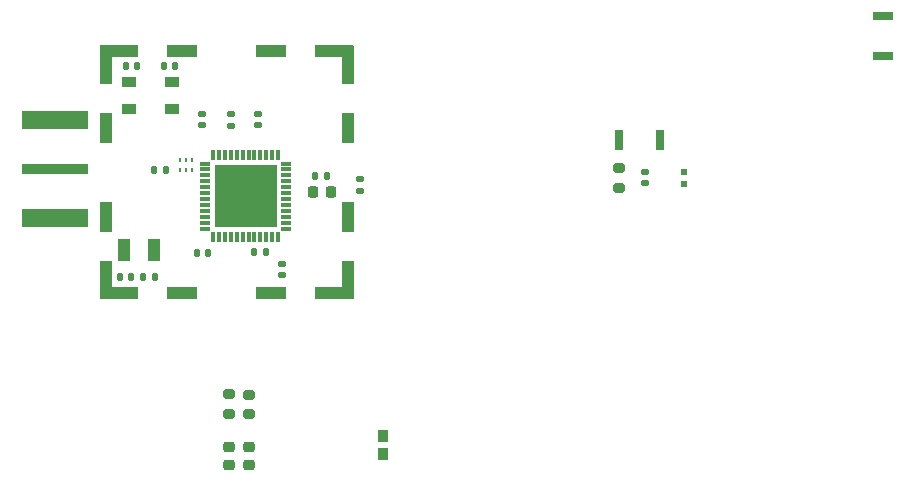
<source format=gbr>
%TF.GenerationSoftware,KiCad,Pcbnew,7.0.10*%
%TF.CreationDate,2024-02-28T21:34:31+00:00*%
%TF.ProjectId,RF_Race_Car,52465f52-6163-4655-9f43-61722e6b6963,rev?*%
%TF.SameCoordinates,Original*%
%TF.FileFunction,Paste,Top*%
%TF.FilePolarity,Positive*%
%FSLAX46Y46*%
G04 Gerber Fmt 4.6, Leading zero omitted, Abs format (unit mm)*
G04 Created by KiCad (PCBNEW 7.0.10) date 2024-02-28 21:34:31*
%MOMM*%
%LPD*%
G01*
G04 APERTURE LIST*
G04 Aperture macros list*
%AMRoundRect*
0 Rectangle with rounded corners*
0 $1 Rounding radius*
0 $2 $3 $4 $5 $6 $7 $8 $9 X,Y pos of 4 corners*
0 Add a 4 corners polygon primitive as box body*
4,1,4,$2,$3,$4,$5,$6,$7,$8,$9,$2,$3,0*
0 Add four circle primitives for the rounded corners*
1,1,$1+$1,$2,$3*
1,1,$1+$1,$4,$5*
1,1,$1+$1,$6,$7*
1,1,$1+$1,$8,$9*
0 Add four rect primitives between the rounded corners*
20,1,$1+$1,$2,$3,$4,$5,0*
20,1,$1+$1,$4,$5,$6,$7,0*
20,1,$1+$1,$6,$7,$8,$9,0*
20,1,$1+$1,$8,$9,$2,$3,0*%
G04 Aperture macros list end*
%ADD10RoundRect,0.140000X0.140000X0.170000X-0.140000X0.170000X-0.140000X-0.170000X0.140000X-0.170000X0*%
%ADD11RoundRect,0.140000X-0.170000X0.140000X-0.170000X-0.140000X0.170000X-0.140000X0.170000X0.140000X0*%
%ADD12RoundRect,0.200000X0.275000X-0.200000X0.275000X0.200000X-0.275000X0.200000X-0.275000X-0.200000X0*%
%ADD13RoundRect,0.140000X-0.140000X-0.170000X0.140000X-0.170000X0.140000X0.170000X-0.140000X0.170000X0*%
%ADD14RoundRect,0.200000X-0.275000X0.200000X-0.275000X-0.200000X0.275000X-0.200000X0.275000X0.200000X0*%
%ADD15RoundRect,0.218750X-0.218750X-0.256250X0.218750X-0.256250X0.218750X0.256250X-0.218750X0.256250X0*%
%ADD16R,0.900000X0.300000*%
%ADD17R,0.300000X0.900000*%
%ADD18R,5.250000X5.250000*%
%ADD19RoundRect,0.140000X0.170000X-0.140000X0.170000X0.140000X-0.170000X0.140000X-0.170000X-0.140000X0*%
%ADD20R,0.800000X1.700000*%
%ADD21R,0.970000X1.000000*%
%ADD22R,1.700000X0.800000*%
%ADD23R,1.000000X2.600000*%
%ADD24R,1.000000X3.300000*%
%ADD25R,3.300000X1.000000*%
%ADD26R,2.600000X1.000000*%
%ADD27RoundRect,0.218750X0.256250X-0.218750X0.256250X0.218750X-0.256250X0.218750X-0.256250X-0.218750X0*%
%ADD28R,1.244600X0.889000*%
%ADD29R,0.500000X0.600000*%
%ADD30R,5.600000X0.900000*%
%ADD31R,5.600000X1.650000*%
%ADD32R,1.100000X1.900000*%
%ADD33R,0.254000X0.457200*%
G04 APERTURE END LIST*
D10*
%TO.C,C4*%
X115930000Y-89700000D03*
X114970000Y-89700000D03*
%TD*%
D11*
%TO.C,C3*%
X122200000Y-90570000D03*
X122200000Y-91530000D03*
%TD*%
D12*
%TO.C,R1*%
X150747336Y-84153167D03*
X150747336Y-82503167D03*
%TD*%
D13*
%TO.C,C14*%
X108940000Y-73850000D03*
X109900000Y-73850000D03*
%TD*%
D14*
%TO.C,R3*%
X119400000Y-101660000D03*
X119400000Y-103310000D03*
%TD*%
D15*
%TO.C,L1*%
X124772275Y-84490250D03*
X126347275Y-84490250D03*
%TD*%
D16*
%TO.C,IC1*%
X115650000Y-82100000D03*
X115650000Y-82600000D03*
X115650000Y-83100000D03*
X115650000Y-83600000D03*
X115650000Y-84100000D03*
X115650000Y-84600000D03*
X115650000Y-85100000D03*
X115650000Y-85600000D03*
X115650000Y-86100000D03*
X115650000Y-86600000D03*
X115650000Y-87100000D03*
X115650000Y-87600000D03*
D17*
X116350000Y-88300000D03*
X116850000Y-88300000D03*
X117350000Y-88300000D03*
X117850000Y-88300000D03*
X118350000Y-88300000D03*
X118850000Y-88300000D03*
X119350000Y-88300000D03*
X119850000Y-88300000D03*
X120350000Y-88300000D03*
X120850000Y-88300000D03*
X121350000Y-88300000D03*
X121850000Y-88300000D03*
D16*
X122550000Y-87600000D03*
X122550000Y-87100000D03*
X122550000Y-86600000D03*
X122550000Y-86100000D03*
X122550000Y-85600000D03*
X122550000Y-85100000D03*
X122550000Y-84600000D03*
X122550000Y-84100000D03*
X122550000Y-83600000D03*
X122550000Y-83100000D03*
X122550000Y-82600000D03*
X122550000Y-82100000D03*
D17*
X121850000Y-81400000D03*
X121350000Y-81400000D03*
X120850000Y-81400000D03*
X120350000Y-81400000D03*
X119850000Y-81400000D03*
X119350000Y-81400000D03*
X118850000Y-81400000D03*
X118350000Y-81400000D03*
X117850000Y-81400000D03*
X117350000Y-81400000D03*
X116850000Y-81400000D03*
X116350000Y-81400000D03*
D18*
X119100000Y-84850000D03*
%TD*%
D19*
%TO.C,C10*%
X117900000Y-78880000D03*
X117900000Y-77920000D03*
%TD*%
D20*
%TO.C,S1*%
X150752171Y-80080549D03*
X154152171Y-80080549D03*
%TD*%
D10*
%TO.C,C2*%
X111400000Y-91700000D03*
X110440000Y-91700000D03*
%TD*%
D13*
%TO.C,C8*%
X111382165Y-82616583D03*
X112342165Y-82616583D03*
%TD*%
%TO.C,C6*%
X124993153Y-83134516D03*
X125953153Y-83134516D03*
%TD*%
D19*
%TO.C,C7*%
X120150000Y-78860000D03*
X120150000Y-77900000D03*
%TD*%
D21*
%TO.C,FL1*%
X130770000Y-106665000D03*
X130770000Y-105195000D03*
%TD*%
D10*
%TO.C,C5*%
X120810000Y-89600000D03*
X119850000Y-89600000D03*
%TD*%
D22*
%TO.C,S2*%
X173066025Y-72990187D03*
X173066025Y-69590187D03*
%TD*%
D23*
%TO.C,*%
X107250000Y-79100000D03*
X107250000Y-86600000D03*
D24*
X107250000Y-91950000D03*
D25*
X108400000Y-93100000D03*
D26*
X113750000Y-93100000D03*
X121250000Y-93100000D03*
D25*
X126600000Y-93100000D03*
D24*
X127750000Y-91950000D03*
D23*
X127750000Y-86600000D03*
X127750000Y-79100000D03*
D24*
X127750000Y-73750000D03*
D25*
X126600000Y-72600000D03*
D26*
X121250000Y-72600000D03*
X113750000Y-72600000D03*
D25*
X108400000Y-72600000D03*
D24*
X107250000Y-73750000D03*
%TD*%
D19*
%TO.C,C11*%
X115400000Y-78860000D03*
X115400000Y-77900000D03*
%TD*%
D13*
%TO.C,C1*%
X108476064Y-91672773D03*
X109436064Y-91672773D03*
%TD*%
D27*
%TO.C,D3*%
X119380000Y-107650000D03*
X119380000Y-106075000D03*
%TD*%
D28*
%TO.C,Y1*%
X109220000Y-75170000D03*
X112826800Y-75170000D03*
X112826800Y-77470000D03*
X109220000Y-77470000D03*
%TD*%
D10*
%TO.C,C13*%
X113132825Y-73850000D03*
X112172825Y-73850000D03*
%TD*%
D19*
%TO.C,C9*%
X128750000Y-84388333D03*
X128750000Y-83428333D03*
%TD*%
D27*
%TO.C,D2*%
X117692524Y-107644544D03*
X117692524Y-106069544D03*
%TD*%
D29*
%TO.C,D1*%
X156210000Y-82820000D03*
X156210000Y-83820000D03*
%TD*%
D30*
%TO.C,J1*%
X102950000Y-82575000D03*
D31*
X102950000Y-86700000D03*
X102950000Y-78450000D03*
%TD*%
D32*
%TO.C,Y2*%
X108825586Y-89455584D03*
X111325586Y-89455584D03*
%TD*%
D33*
%TO.C,U2*%
X113524000Y-82648200D03*
X114032000Y-82648200D03*
X114540000Y-82648200D03*
X114540000Y-81810000D03*
X114032000Y-81810000D03*
X113524000Y-81810000D03*
%TD*%
D11*
%TO.C,C12*%
X152938726Y-82820159D03*
X152938726Y-83780159D03*
%TD*%
D14*
%TO.C,R2*%
X117700948Y-101634031D03*
X117700948Y-103284031D03*
%TD*%
M02*

</source>
